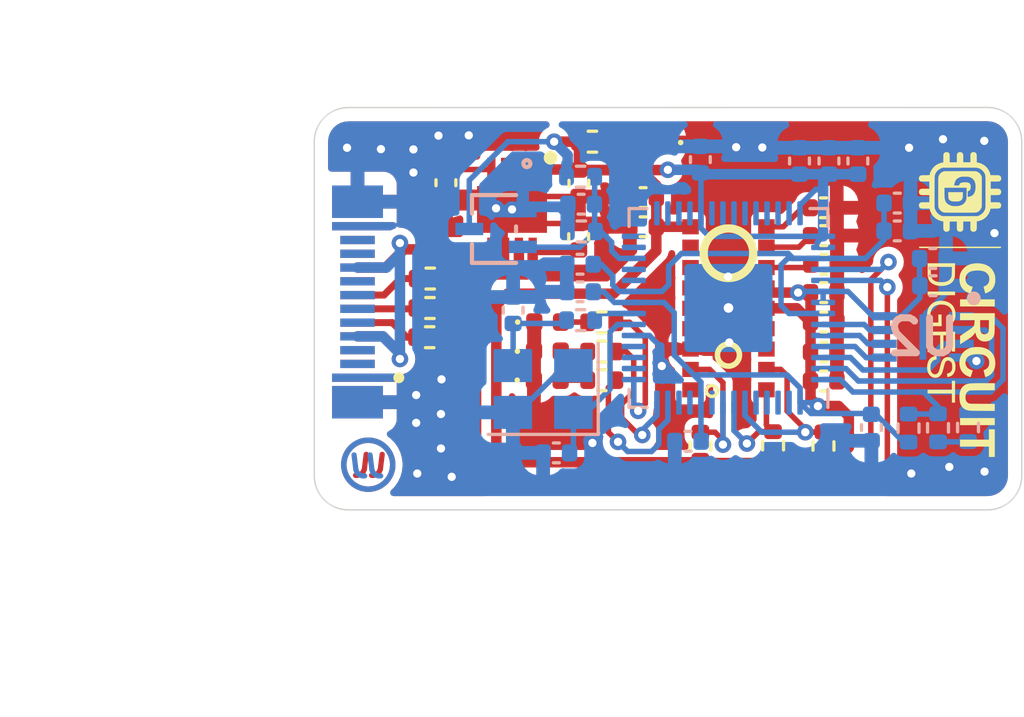
<source format=kicad_pcb>
(kicad_pcb (version 20240108) (generator "pcbnew") (generator_version "8.0")
  (layers (0 "F.Cu" signal) (31 "B.Cu" signal) (34 "B.Paste" user) (35 "F.Paste" user) (36 "B.SilkS" user "B.Silkscreen") (37 "F.SilkS" user "F.Silkscreen") (38 "B.Mask" user) (39 "F.Mask" user) (44 "Edge.Cuts" user))
  (net 0 "")
  (net 1 "GND")
  (net 2 "/~{USB_BOOT}")
  (net 3 "+1V1")
  (net 4 "+3V3")
  (net 5 "/XIN")
  (net 6 "Net-(C16-Pad1)")
  (net 7 "/RUN")
  (net 8 "+5V")
  (net 9 "Net-(IC1-SS)")
  (net 10 "Net-(U3-VDDA18_I{slash}O)")
  (net 11 "Net-(U3-VDDAY_I{slash}O)")
  (net 12 "Net-(U3-VDDA_I{slash}O)")
  (net 13 "Net-(D2-A)")
  (net 14 "Net-(D3-A)")
  (net 15 "Net-(D4-A)")
  (net 16 "Net-(D5-A)")
  (net 22 "Net-(J1-CC)")
  (net 24 "/USB_D-")
  (net 26 "/USB_D+")
  (net 31 "/INT")
  (net 32 "/QSPI_SS")
  (net 33 "/SCL")
  (net 34 "/SDA")
  (net 35 "Net-(U1-USB-DP)")
  (net 36 "Net-(U1-USB-DM)")
  (net 37 "/XOUT")
  (net 38 "/QSPI_SD0")
  (net 41 "/QSPI_SD2")
  (net 44 "/QSPI_SD1")
  (net 47 "/QSPI_SD3")
  (net 60 "/QSPI_SCLK")
  (net 74 "Net-(U1-GPIO12)")
  (net 75 "Net-(U1-GPIO11)")
  (net 76 "Net-(U1-GPIO10)")
  (footprint "Resistor_SMD:R_0402_1005Metric" (layer "F.Cu") (at 131.64 86.75 90)
    (property "Reference" "R1" (hide yes))
    (property "Value" "10k")
  )
  (footprint "Resistor_SMD:R_0402_1005Metric" (layer "F.Cu") (at 128.06 84.35)
    (property "Reference" "R10" (hide yes))
    (property "Value" "1k")
  )
  (footprint "LOGO" (layer "F.Cu") (at 141.07 81.6 -90)
    (property "Reference" "G***" (hide yes))
    (property "Value" "LOGO" (hide yes))
  )
  (footprint "LED_SMD:LED_0402_1005Metric" (layer "F.Cu") (at 126.08 84.35)
    (property "Reference" "D5" (hide yes))
    (property "Value" "LED Red")
  )
  (footprint "Capacitor_SMD:C_0402_1005Metric" (layer "F.Cu") (at 129.56 78.78 180)
    (property "Reference" "C26" (hide yes))
    (property "Value" "10uF")
  )
  (footprint "Capacitor_SMD:C_0402_1005Metric" (layer "F.Cu") (at 136.12 79.1)
    (property "Reference" "C24" (hide yes))
    (property "Value" "100n")
  )
  (footprint "Resistor_SMD:R_0402_1005Metric" (layer "F.Cu") (at 121.82 81.73 180)
    (property "Reference" "R7" (hide yes))
    (property "Value" "27R")
  )
  (footprint "Resistor_SMD:R_0402_1005Metric" (layer "F.Cu") (at 136.11 86.74 90)
    (property "Reference" "R4" (hide yes))
    (property "Value" "10k")
  )
  (footprint "LED_SMD:LED_0402_1005Metric" (layer "F.Cu") (at 126.095 82.24)
    (property "Reference" "D3" (hide yes))
    (property "Value" "LED Green")
  )
  (footprint "Capacitor_SMD:C_0402_1005Metric" (layer "F.Cu") (at 127.23 77.2 90)
    (property "Reference" "C20" (hide yes))
    (property "Value" "4.7uF")
  )
  (footprint "Resistor_SMD:R_0402_1005Metric" (layer "F.Cu") (at 128.06 83.31)
    (property "Reference" "R9" (hide yes))
    (property "Value" "1k")
  )
  (footprint "Capacitor_SMD:C_0402_1005Metric" (layer "F.Cu") (at 136.12 81.17 180)
    (property "Reference" "C22" (hide yes))
    (property "Value" "1u")
  )
  (footprint "Capacitor_SMD:C_0402_1005Metric" (layer "F.Cu") (at 122.4 77.18 90)
    (property "Reference" "C21" (hide yes))
    (property "Value" "1n")
  )
  (footprint "LED_SMD:LED_0402_1005Metric" (layer "F.Cu") (at 126.085 83.3)
    (property "Reference" "D4" (hide yes))
    (property "Value" "LED Blue")
  )
  (footprint "Capacitor_SMD:C_0402_1005Metric" (layer "F.Cu") (at 136.13 80.14)
    (property "Reference" "C23" (hide yes))
    (property "Value" "1u")
  )
  (footprint "Resistor_SMD:R_0402_1005Metric" (layer "F.Cu") (at 127.72 75.69 180)
    (property "Reference" "R18" (hide yes))
    (property "Value" "1k")
  )
  (footprint "Capacitor_SMD:C_0402_1005Metric" (layer "F.Cu") (at 127.22 79.14 -90)
    (property "Reference" "C18" (hide yes))
    (property "Value" "4.7uF")
  )
  (footprint "APDS-9500:ADPS-9500" (layer "F.Cu") (at 132.66 81.74 180)
    (property "Reference" "U3" (hide yes))
    (property "Value" "APDS-9500")
  )
  (footprint "Resistor_SMD:R_0402_1005Metric" (layer "F.Cu") (at 121.81 82.79 180)
    (property "Reference" "R11" (hide yes))
    (property "Value" "5.1k")
  )
  (footprint "Resistor_SMD:R_0402_1005Metric" (layer "F.Cu") (at 134.28 86.73 90)
    (property "Reference" "R6" (hide yes))
    (property "Value" "10k")
  )
  (footprint "ADM7171ACPZ-3.3-R7:SON50P300X300X80-9N-D" (layer "F.Cu") (at 124.8 78.15 -90)
    (property "Reference" "IC1" (hide yes))
    (property "Value" "ADM7171ACPZ-3.3-R7" (hide yes))
  )
  (footprint "Capacitor_SMD:C_0402_1005Metric" (layer "F.Cu") (at 129.56 77.72)
    (property "Reference" "C27" (hide yes))
    (property "Value" "1u")
  )
  (footprint "LED_SMD:LED_0402_1005Metric" (layer "F.Cu") (at 129.835 75.72 180)
    (property "Reference" "D2" (hide yes))
    (property "Value" "LED Red")
  )
  (footprint "CX60_24S_UNIT:HIROSE_CX60-24S-UNIT" (layer "F.Cu") (at 119.19 81.51 -90)
    (property "Reference" "J1" (hide yes))
    (property "Value" "CX60-24S-UNIT")
  )
  (footprint "Capacitor_SMD:C_0402_1005Metric" (layer "F.Cu") (at 136.12 82.24 180)
    (property "Reference" "C19" (hide yes))
    (property "Value" "100n")
  )
  (footprint "Capacitor_SMD:C_0402_1005Metric" (layer "F.Cu") (at 136.12 84.38)
    (property "Reference" "C14" (hide yes))
    (property "Value" "100n")
  )
  (footprint "Capacitor_SMD:C_0402_1005Metric" (layer "F.Cu") (at 136.11 78.09)
    (property "Reference" "C25" (hide yes))
    (property "Value" "100n")
  )
  (footprint "Resistor_SMD:R_0402_1005Metric" (layer "F.Cu") (at 121.83 80.66 180)
    (property "Reference" "R8" (hide yes))
    (property "Value" "27R")
  )
  (footprint "Capacitor_SMD:C_0402_1005Metric" (layer "F.Cu") (at 136.12 83.33)
    (property "Reference" "C13" (hide yes))
    (property "Value" "1u")
  )
  (footprint "Resistor_SMD:R_0402_1005Metric" (layer "F.Cu") (at 128.06 82.25)
    (property "Reference" "R2" (hide yes))
    (property "Value" "1k")
  )
  (footprint "Capacitor_SMD:C_0402_1005Metric" (layer "B.Cu") (at 136.31 76.39 90)
    (property "Reference" "C5" (hide yes))
    (property "Value" "100n")
  )
  (footprint "Capacitor_SMD:C_0402_1005Metric" (layer "B.Cu") (at 124.84 81.81 90)
    (property "Reference" "C16" (hide yes))
    (property "Value" "18pF")
  )
  (footprint "Capacitor_SMD:C_0402_1005Metric" (layer "B.Cu") (at 138.79 78.93)
    (property "Reference" "C3" (hide yes))
    (property "Value" "1u")
  )
  (footprint "Crystal:Crystal_SMD_3225-4Pin_3.2x2.5mm" (layer "B.Cu") (at 125.93 84.67 180)
    (property "Reference" "Y1" (hide yes))
    (property "Value" "YIC-12M20P2/XT324-10/10")
  )
  (footprint "Capacitor_SMD:C_0402_1005Metric" (layer "B.Cu") (at 131.19 86.57 180)
    (property "Reference" "C10" (hide yes))
    (property "Value" "100n")
  )
  (footprint "Capacitor_SMD:C_0402_1005Metric" (layer "B.Cu") (at 137.36 76.39 90)
    (property "Reference" "C4" (hide yes))
    (property "Value" "1u")
  )
  (footprint "Capacitor_SMD:C_0402_1005Metric" (layer "B.Cu") (at 131.64 76.34 90)
    (property "Reference" "C6" (hide yes))
    (property "Value" "100n")
  )
  (footprint "Capacitor_SMD:C_0402_1005Metric" (layer "B.Cu") (at 135.24 76.39 90)
    (property "Reference" "C7" (hide yes))
    (property "Value" "100n")
  )
  (footprint "W25Q16JVUXIQ_TR:SON50P300X200X60-9N" (layer "B.Cu") (at 139.72 82.78 180)
    (property "Reference" "U2")
    (property "Value" "W25Q16JVUXIQ_TR" (hide yes))
  )
  (footprint "Resistor_SMD:R_0402_1005Metric" (layer "B.Cu") (at 139.2 86.09 90)
    (property "Reference" "R5" (hide yes))
    (property "Value" "DNP")
  )
  (footprint "Resistor_SMD:R_0402_1005Metric" (layer "B.Cu") (at 127.29 82.17 180)
    (property "Reference" "R17" (hide yes))
    (property "Value" "1k")
  )
  (footprint "Resistor_SMD:R_0402_1005Metric" (layer "B.Cu") (at 141.36 86.07 90)
    (property "Reference" "BOOT1" (hide yes))
    (property "Value" "UBOOT")
  )
  (footprint "Resistor_SMD:R_0402_1005Metric" (layer "B.Cu") (at 127.29 76.96 180)
    (property "Reference" "R15" (hide yes))
    (property "Value" "10k")
  )
  (footprint "Capacitor_SMD:C_0402_1005Metric" (layer "B.Cu") (at 127.31 77.96 180)
    (property "Reference" "C17" (hide yes))
    (property "Value" "1u")
  )
  (footprint "Capacitor_SMD:C_0402_1005Metric" (layer "B.Cu") (at 138.79 77.92)
    (property "Reference" "C2" (hide yes))
    (property "Value" "100n")
  )
  (footprint "RP2040:RP2040-QFN-56" (layer "B.Cu") (at 132.660843 81.727798 90)
    (property "Reference" "U1" (hide yes))
    (property "Value" "RP2040")
  )
  (footprint "Resistor_SMD:R_0402_1005Metric" (layer "B.Cu") (at 127.32 78.95 180)
    (property "Reference" "RST1" (hide yes))
    (property "Value" "RST")
  )
  (footprint "Capacitor_SMD:C_0402_1005Metric" (layer "B.Cu") (at 127.27 80.14 180)
    (property "Reference" "C1" (hide yes))
    (property "Value" "100n")
  )
  (footprint "Capacitor_SMD:C_0402_1005Metric" (layer "B.Cu") (at 137.85 86.07 -90)
    (property "Reference" "C9" (hide yes))
    (property "Value" "100n")
  )
  (footprint "Capacitor_SMD:C_0402_1005Metric" (layer "B.Cu") (at 126.41 86.99 180)
    (property "Reference" "C15" (hide yes))
    (property "Value" "18pF")
  )
  (footprint "ADM803SAKSZ:KS_3_ADI" (layer "B.Cu") (at 124.1462 78.860001 -90)
    (property "Reference" "U4" (hide yes))
    (property "Value" "ADM803SAKSZ-REEL7")
  )
  (footprint "Capacitor_SMD:C_0402_1005Metric" (layer "B.Cu") (at 140.09 80.92)
    (property "Reference" "C8" (hide yes))
    (property "Value" "100n")
  )
  (footprint "Capacitor_SMD:C_0402_1005Metric" (layer "B.Cu") (at 140.08 79.93)
    (property "Reference" "C12" (hide yes))
    (property "Value" "100n")
  )
  (footprint "Resistor_SMD:R_0402_1005Metric" (layer "B.Cu") (at 140.27 86.08 90)
    (property "Reference" "R3" (hide yes))
    (property "Value" "1k")
  )
  (footprint "Capacitor_SMD:C_0402_1005Metric" (layer "B.Cu") (at 127.27 81.14 180)
    (property "Reference" "C11" (hide yes))
    (property "Value" "100n")
  )
  (gr_circle (center 119.58 87.42) (end 120.469 87.42) (stroke (width 0.2)) (fill none) (layer "F.Cu"))
  (gr_circle (center 119.58 87.42) (end 120.469 87.42) (stroke (width 0.2)) (fill none) (layer "B.Cu"))
  (gr_arc (start 143.31 87.82) (mid 142.946812 88.696812) (end 142.07 89.06) (stroke (width 0.05)) (layer "Edge.Cuts"))
  (gr_arc (start 118.86 89.06) (mid 117.983188 88.696812) (end 117.62 87.82) (stroke (width 0.05)) (layer "Edge.Cuts"))
  (gr_line (start 118.86 74.45) (end 142.07 74.446812) (stroke (width 0.05)) (layer "Edge.Cuts"))
  (gr_line (start 142.07 89.06) (end 118.86 89.06) (stroke (width 0.05)) (layer "Edge.Cuts"))
  (gr_line (start 143.31 75.686812) (end 143.31 87.82) (stroke (width 0.05)) (layer "Edge.Cuts"))
  (gr_arc (start 142.07 74.446812) (mid 142.946812 74.81) (end 143.31 75.686812) (stroke (width 0.05)) (layer "Edge.Cuts"))
  (gr_arc (start 117.62 75.69) (mid 117.983188 74.813188) (end 118.86 74.45) (stroke (width 0.05)) (layer "Edge.Cuts"))
  (gr_line (start 117.62 75.69) (end 117.62 87.82) (stroke (width 0.05)) (layer "Edge.Cuts"))
  (gr_text "JJ" (at 118.89 87.91 0) (layer "F.Cu") (effects (font (size 0.762 0.762) (thickness 0.1905) (bold yes) (italic yes)) (justify left bottom)))
  (gr_text "JJ" (at 120.26 87.93 0) (layer "B.Cu") (effects (font (size 0.762 0.762) (thickness 0.1905) (bold yes) (italic yes)) (justify left bottom mirror)))
  (segment (start 127.23 77.68) (end 125.27 77.68) (width 0.2) (layer "F.Cu") (net 1))
  (segment (start 130.65 83.22) (end 131.282 83.22) (width 0.2) (layer "F.Cu") (net 1))
  (segment (start 130.24 83.63) (end 130.65 83.22) (width 0.2) (layer "F.Cu") (net 1))
  (segment (start 125.31 78.66) (end 124.8 78.15) (width 0.2) (layer "F.Cu") (net 1))
  (segment (start 122.4 77.66) (end 122.55 77.81) (width 0.762) (layer "F.Cu") (net 1))
  (segment (start 123.92 77.81) (end 124.22 78.11) (width 0.762) (layer "F.Cu") (net 1))
  (segment (start 127.22 78.66) (end 125.31 78.66) (width 0.2) (layer "F.Cu") (net 1))
  (segment (start 122.55 77.81) (end 123.92 77.81) (width 0.762) (layer "F.Cu") (net 1))
  (segment (start 130.24 83.835542) (end 130.24 83.63) (width 0.2) (layer "F.Cu") (net 1))
  (segment (start 124.55 78.4) (end 124.8 78.15) (width 0.2) (layer "F.Cu") (net 1))
  (segment (start 125.27 77.68) (end 124.8 78.15) (width 0.2) (layer "F.Cu") (net 1))
  (segment (start 124.55 79.6) (end 124.55 78.4) (width 0.2) (layer "F.Cu") (net 1))
  (via (at 122.24 84.32) (size 0.6) (drill 0.3) (layers "F.Cu" "B.Cu") (net 1))
  (via (at 139.22 75.91) (size 0.6) (drill 0.3) (layers "F.Cu" "B.Cu") (net 1))
  (via (at 127.72 86.63) (size 0.6) (drill 0.3) (layers "F.Cu" "B.Cu") (net 1))
  (via (at 121.32 85.9) (size 0.6) (drill 0.3) (layers "F.Cu" "B.Cu") (net 1))
  (via (at 121.22 75.97) (size 0.6) (drill 0.3) (layers "F.Cu" "B.Cu") (net 1))
  (via (at 141.96 87.67) (size 0.6) (drill 0.3) (layers "F.Cu" "B.Cu") (net 1))
  (via (at 130.24 83.835542) (size 0.6) (drill 0.3) (layers "F.Cu" "B.Cu") (net 1))
  (via (at 123.23 75.46) (size 0.6) (drill 0.3) (layers "F.Cu" "B.Cu") (net 1))
  (via (at 122.22 86.83) (size 0.6) (drill 0.3) (layers "F.Cu" "B.Cu") (net 1))
  (via (at 140.68 87.5) (size 0.6) (drill 0.3) (layers "F.Cu" "B.Cu") (net 1))
  (via (at 133.89 75.9) (size 0.6) (drill 0.3) (layers "F.Cu" "B.Cu") (net 1))
  (via (at 132.69 82.98) (size 0.6) (drill 0.3) (layers "F.Cu" "B.Cu") (net 1))
  (via (at 118.81 75.91) (size 0.6) (drill 0.3) (layers "F.Cu" "B.Cu") (net 1))
  (via (at 122.22 85.58) (size 0.6) (drill 0.3) (layers "F.Cu" "B.Cu") (net 1))
  (via (at 142.32 79.01) (size 0.6) (drill 0.3) (layers "F.Cu" "B.Cu") (net 1))
  (via (at 124.8 78.15) (size 0.6) (drill 0.3) (layers "F.Cu" "B.Cu") (net 1))
  (via (at 132.65 80.59) (size 0.6) (drill 0.3) (layers "F.Cu" "B.Cu") (net 1))
  (via (at 140.45 75.6) (size 0.6) (drill 0.3) (layers "F.Cu" "B.Cu") (net 1))
  (via (at 141.95 75.66) (size 0.6) (drill 0.3) (layers "F.Cu" "B.Cu") (net 1))
  (via (at 121.22 76.81) (size 0.6) (drill 0.3) (layers "F.Cu" "B.Cu") (net 1))
  (via (at 120.04 75.96) (size 0.6) (drill 0.3) (layers "F.Cu" "B.Cu") (net 1))
  (via (at 121.32 84.89) (size 0.6) (drill 0.3) (layers "F.Cu" "B.Cu") (net 1))
  (via (at 122.13 75.47) (size 0.6) (drill 0.3) (layers "F.Cu" "B.Cu") (net 1))
  (via (at 122.61 87.86) (size 0.6) (drill 0.3) (layers "F.Cu" "B.Cu") (net 1))
  (via (at 132.94 75.89) (size 0.6) (drill 0.3) (layers "F.Cu" "B.Cu") (net 1))
  (via (at 121.36 87.74) (size 0.6) (drill 0.3) (layers "F.Cu" "B.Cu") (net 1))
  (via (at 124.22 78.11) (size 0.6) (drill 0.3) (layers "F.Cu" "B.Cu") (net 1))
  (via (at 141.665 83.655) (size 0.6) (drill 0.3) (layers "F.Cu" "B.Cu") (net 1))
  (via (at 139.3 87.74) (size 0.6) (drill 0.3) (layers "F.Cu" "B.Cu") (net 1))
  (segment (start 129.92 82.86) (end 130.24 83.18) (width 0.2) (layer "B.Cu") (net 1))
  (segment (start 129.787798 82.727798) (end 129.92 82.86) (width 0.2) (layer "B.Cu") (net 1))
  (segment (start 127.03 83.82) (end 126.73 83.82) (width 0.2) (layer "B.Cu") (net 1))
  (segment (start 124.99 77.96) (end 126.83 77.96) (width 0.2) (layer "B.Cu") (net 1))
  (segment (start 139.82 81.93) (end 139.82 82.68) (width 0.2) (layer "B.Cu") (net 1))
  (segment (start 140.57 81.19) (end 139.83 81.93) (width 0.2) (layer "B.Cu") (net 1))
  (segment (start 126.52 78.15) (end 126.810001 78.440001) (width 0.2) (layer "B.Cu") (net 1))
  (segment (start 129.223343 82.727798) (end 129.787798 82.727798) (width 0.2) (layer "B.Cu") (net 1))
  (segment (start 124.8 78.15) (end 124.99 77.96) (width 0.2) (layer "B.Cu") (net 1))
  (segment (start 141.665 83.655) (end 141.54 83.53) (width 0.2) (layer "B.Cu") (net 1))
  (segment (start 125.03 85.52) (end 124.83 85.52) (width 0.2) (layer "B.Cu") (net 1))
  (segment (start 140.57 80.92) (end 140.57 81.19) (width 0.2) (layer "B.Cu") (net 1))
  (segment (start 126.73 83.82) (end 125.03 85.52) (width 0.2) (layer "B.Cu") (net 1))
  (segment (start 139.82 82.68) (end 139.72 82.78) (width 0.2) (layer "B.Cu") (net 1))
  (segment (start 141.54 83.53) (end 141.12 83.53) (width 0.2) (layer "B.Cu") (net 1))
  (segment (start 130.24 83.18) (end 130.24 83.835542) (width 0.2) (layer "B.Cu") (net 1))
  (segment (start 124.8 78.15) (end 126.52 78.15) (width 0.2) (layer "B.Cu") (net 1))
  (segment (start 139.83 81.93) (end 139.82 81.93) (width 0.2) (layer "B.Cu") (net 1))
  (segment (start 126.810001 78.440001) (end 126.810001 78.95) (width 0.2) (layer "B.Cu") (net 1))
  (segment (start 140.27 86.59) (end 141.35 86.59) (width 0.2) (layer "B.Cu") (net 2))
  (segment (start 141.35 86.59) (end 141.36 86.58) (width 0.2) (layer "B.Cu") (net 2))
  (segment (start 134.57 81.64) (end 134.57 80.17) (width 0.2) (layer "B.Cu") (net 3))
  (segment (start 129.67 81.127797) (end 129.223343 81.127797) (width 0.2) (layer "B.Cu") (net 3))
  (segment (start 130.49 80.88) (end 130.242203 81.127797) (width 0.2) (layer "B.Cu") (net 3))
  (segment (start 136.098343 79.927798) (end 135.26 79.927798) (width 0.2) (layer "B.Cu") (net 3))
  (segment (start 134.812202 79.927798) (end 135.26 79.927798) (width 0.2) (layer "B.Cu") (net 3))
  (segment (start 128.689483 81.127798) (end 128.46 80.898315) (width 0.2) (layer "B.Cu") (net 3))
  (segment (start 138.31 77.92) (end 138.31 78.93) (width 0.2) (layer "B.Cu") (net 3))
  (segment (start 138.31 78.93) (end 138.31 79.255596) (width 0.2) (layer "B.Cu") (net 3))
  (segment (start 134.857798 81.927798) (end 134.57 81.64) (width 0.2) (layer "B.Cu") (net 3))
  (segment (start 128.46 80.898315) (end 128.46 80.56) (width 0.2) (layer "B.Cu") (net 3))
  (segment (start 138.31 79.255596) (end 137.637798 79.927798) (width 0.2) (layer "B.Cu") (net 3))
  (segment (start 129.223343 81.127797) (end 128.689483 81.127798) (width 0.2) (layer "B.Cu") (net 3))
  (segment (start 128.04 80.14) (end 127.75 80.14) (width 0.2) (layer "B.Cu") (net 3))
  (segment (start 135.26 79.927798) (end 135.007798 79.927798) (width 0.2) (layer "B.Cu") (net 3))
  (segment (start 134.83 79.75) (end 130.95 79.75) (width 0.2) (layer "B.Cu") (net 3))
  (segment (start 128.46 80.56) (end 128.04 80.14) (width 0.2) (layer "B.Cu") (net 3))
  (segment (start 134.57 80.17) (end 134.812202 79.927798) (width 0.2) (layer "B.Cu") (net 3))
  (segment (start 136.098343 81.927798) (end 134.857798 81.927798) (width 0.2) (layer "B.Cu") (net 3))
  (segment (start 130.49 80.21) (end 130.49 80.88) (width 0.2) (layer "B.Cu") (net 3))
  (segment (start 130.95 79.75) (end 130.49 80.21) (width 0.2) (layer "B.Cu") (net 3))
  (segment (start 130.242203 81.127797) (end 129.67 81.127797) (width 0.2) (layer "B.Cu") (net 3))
  (segment (start 135.007798 79.927798) (end 134.83 79.75) (width 0.2) (layer "B.Cu") (net 3))
  (segment (start 137.637798 79.927798) (end 136.098343 79.927798) (width 0.2) (layer "B.Cu") (net 3))
  (segment (start 135.64 84.38) (end 135.64 81.17) (width 0.381) (layer "F.Cu") (net 4))
  (segment (start 127.23 76.72) (end 127.23 75.71) (width 0.381) (layer "F.Cu") (net 4))
  (segment (start 136.57 87.25) (end 137.03 86.79) (width 0.381) (layer "F.Cu") (net 4))
  (segment (start 135.14 81.74) (end 135.64 82.24) (width 0.381) (layer "F.Cu") (net 4))
  (segment (start 131.57 87.33) (end 131.64 87.26) (width 0.381) (layer "F.Cu") (net 4))
  (segment (start 131.64 87.26) (end 131.74 87.36) (width 0.381) (layer "F.Cu") (net 4))
  (segment (start 129.48 76.72) (end 130.04 77.28) (width 0.381) (layer "F.Cu") (net 4))
  (segment (start 127.23 76.72) (end 130.45 76.72) (width 0.381) (layer "F.Cu") (net 4))
  (segment (start 130.04 77.28) (end 130.04 77.72) (width 0.381) (layer "F.Cu") (net 4))
  (segment (start 134.16 87.36) (end 134.28 87.24) (width 0.381) (layer "F.Cu") (net 4))
  (segment (start 127.21 75.69) (end 126.33 75.69) (width 0.381) (layer "F.Cu") (net 4))
  (segment (start 136.66 85.29) (end 135.91 85.29) (width 0.381) (layer "F.Cu") (net 4))
  (segment (start 135.64 81.17) (end 135.19 81.17) (width 0.381) (layer "F.Cu") (net 4))
  (segment (start 130.04 78.78) (end 131.282 78.78) (width 0.381) (layer "F.Cu") (net 4))
  (segment (start 134.038 81.74) (end 135.14 81.74) (width 0.381) (layer "F.Cu") (net 4))
  (segment (start 124.64 81.21) (end 124.23 81.62) (width 0.381) (layer "F.Cu") (net 4))
  (segment (start 136.11 87.25) (end 136.57 87.25) (width 0.381) (layer "F.Cu") (net 4))
  (segment (start 137.03 85.66) (end 136.66 85.29) (width 0.381) (layer "F.Cu") (net 4))
  (segment (start 124.77 87.33) (end 131.57 87.33) (width 0.381) (layer "F.Cu") (net 4))
  (segment (start 137.03 86.79) (end 137.03 85.66) (width 0.381) (layer "F.Cu") (net 4))
  (segment (start 134.28 87.24) (end 134.37 87.33) (width 0.381) (layer "F.Cu") (net 4))
  (segment (start 131.74 87.36) (end 134.16 87.36) (width 0.381) (layer "F.Cu") (net 4))
  (segment (start 124.23 81.62) (end 124.23 86.79) (width 0.381) (layer "F.Cu") (net 4))
  (segment (start 127.23 75.71) (end 127.21 75.69) (width 0.381) (layer "F.Cu") (net 4))
  (segment (start 127.21 76.7) (end 127.23 76.72) (width 0.381) (layer "F.Cu") (net 4))
  (segment (start 135.19 81.17) (end 134.208 81.17) (width 0.381) (layer "F.Cu") (net 4))
  (segment (start 130.04 78.78) (end 130.04 77.72) (width 0.381) (layer "F.Cu") (net 4))
  (segment (start 135.64 85.02) (end 135.64 84.38) (width 0.381) (layer "F.Cu") (net 4))
  (segment (start 130.04 78.78) (end 130.04 79.65) (width 0.381) (layer "F.Cu") (net 4))
  (segment (start 134.37 87.33) (end 136.03 87.33) (width 0.381) (layer "F.Cu") (net 4))
  (segment (start 124.23 86.79) (end 124.77 87.33) (width 0.381) (layer "F.Cu") (net 4))
  (segment (start 128.48 81.21) (end 124.64 81.21) (width 0.381) (layer "F.Cu") (net 4))
  (segment (start 127.23 76.72) (end 129.48 76.72) (width 0.381) (layer "F.Cu") (net 4))
  (segment (start 134.208 81.17) (end 134.038 81) (width 0.381) (layer "F.Cu") (net 4))
  (segment (start 124.55 76.7) (end 127.21 76.7) (width 0.381) (layer "F.Cu") (net 4))
  (segment (start 135.91 85.29) (end 135.64 85.02) (width 0.381) (layer "F.Cu") (net 4))
  (segment (start 130.04 79.65) (end 128.48 81.21) (width 0.381) (layer "F.Cu") (net 4))
  (segment (start 136.03 87.33) (end 136.11 87.25) (width 0.381) (layer "F.Cu") (net 4))
  (segment (start 130.45 76.72) (end 130.46 76.71) (width 0.381) (layer "F.Cu") (net 4))
  (via (at 130.46 76.71) (size 0.6) (drill 0.3) (layers "F.Cu" "B.Cu") (net 4))
  (via (at 126.33 75.69) (size 0.6) (drill 0.3) (layers "F.Cu" "B.Cu") (net 4))
  (via (at 135.19 81.17) (size 0.6) (drill 0.3) (layers "F.Cu" "B.Cu") (net 4))
  (via (at 135.91 85.29) (size 0.6) (drill 0.3) (layers "F.Cu" "B.Cu") (net 4))
  (segment (start 135.89 79.336141) (end 136.098343 79.127798) (width 0.2) (layer "B.Cu") (net 4))
  (segment (start 139.61 81.36) (end 139.61 80.92) (width 0.2) (layer "B.Cu") (net 4))
  (segment (start 137.85 85.62) (end 137.789327 85.559327) (width 0.2) (layer "B.Cu") (net 4))
  (segment (start 129.223343 81.527798) (end 128.517798 81.527798) (width 0.2) (layer "B.Cu") (net 4))
  (segment (start 137.36 76.87) (end 136.31 76.87) (width 0.381) (layer "B.Cu") (net 4))
  (segment (start 130.46 76.71) (end 131.53 76.71) (width 0.381) (layer "B.Cu") (net 4))
  (segment (start 131.4 84.16) (end 131.660843 84.420843) (width 0.2) (layer "B.Cu") (net 4))
  (segment (start 138.32 82.03) (end 138.94 82.03) (width 0.2) (layer "B.Cu") (net 4))
  (segment (start 130.69 81.9) (end 130.69 83.44) (width 0.2) (layer "B.Cu") (net 4))
  (segment (start 131.660843 78.290298) (end 131.660842 78.830842) (width 0.2) (layer "B.Cu") (net 4))
  (segment (start 128.13 81.14) (end 127.75 81.14) (width 0.2) (layer "B.Cu") (net 4))
  (segment (start 126.78 76.49) (end 126.78 76.96) (width 0.381) (layer "B.Cu") (net 4))
  (segment (start 139.6 79.93) (end 139.6 80.91) (width 0.2) (layer "B.Cu") (net 4))
  (segment (start 131.64 76.82) (end 131.82 76.82) (width 0.381) (layer "B.Cu") (net 4))
  (segment (start 131.660843 86.560843) (end 131.67 86.57) (width 0.2) (layer "B.Cu") (net 4))
  (segment (start 136.098343 79.127798) (end 136.098343 77.42) (width 0.381) (layer "B.Cu") (net 4))
  (segment (start 136.31 76.87) (end 135.24 76.87) (width 0.381) (layer "B.Cu") (net 4))
  (segment (start 126.82 76.18) (end 126.82 76.45) (width 0.381) (layer "B.Cu") (net 4))
  (segment (start 129.223343 81.527798) (end 130.317798 81.527798) (width 0.2) (layer "B.Cu") (net 4))
  (segment (start 135.654872 85.559327) (end 135.260843 85.165298) (width 0.2) (layer "B.Cu") (net 4))
  (segment (start 131.82 76.82) (end 131.87 76.87) (width 0.381) (layer "B.Cu") (net 4))
  (segment (start 135.260843 78.290298) (end 135.260843 77.989157) (width 0.2) (layer "B.Cu") (net 4))
  (segment (start 130.69 83.44) (end 131.4 84.15) (width 0.2) (layer "B.Cu") (net 4))
  (segment (start 137.789327 85.559327) (end 135.654872 85.559327) (width 0.2) (layer "B.Cu") (net 4))
  (segment (start 135.260843 76.890843) (end 135.24 76.87) (width 0.381) (layer "B.Cu") (net 4))
  (segment (start 131.660843 85.165298) (end 131.660843 86.560843) (width 0.2) (layer "B.Cu") (net 4))
  (segment (start 136.098343 81.127797) (end 136.997797 81.127797) (width 0.2) (layer "B.Cu") (net 4))
  (segment (start 126.33 75.69) (end 126.82 76.18) (width 0.381) (layer "B.Cu") (net 4))
  (segment (start 139.6 80.91) (end 139.61 80.92) (width 0.2) (layer "B.Cu") (net 4))
  (segment (start 131.660842 78.830842) (end 131.957798 79.127798) (width 0.2) (layer "B.Cu") (net 4))
  (segment (start 123.24845 78.860001) (end 123.24845 77.09155) (width 0.2) (layer "B.Cu") (net 4))
  (segment (start 126.82 76.45) (end 126.78 76.49) (width 0.381) (layer "B.Cu") (net 4))
  (segment (start 130.317798 81.527798) (end 130.69 81.9) (width 0.2) (layer "B.Cu") (net 4))
  (segment (start 131.4 84.15) (end 131.4 84.16) (width 0.2) (layer "B.Cu") (net 4))
  (segment (start 131.53 76.71) (end 131.64 76.82) (width 0.381) (layer "B.Cu") (net 4))
  (segment (start 128.517798 81.527798) (end 128.13 81.14) (width 0.2) (layer "B.Cu") (net 4))
  (segment (start 135.785298 85.165298) (end 135.91 85.29) (width 0.2) (layer "B.Cu") (net 4))
  (segment (start 135.260843 77.989157) (end 135.83 77.42) (width 0.2) (layer "B.Cu") (net 4))
  (segment (start 137.85 85.59) (end 138.01 85.59) (width 0.2) (layer "B.Cu") (net 4))
  (segment (start 131.957798 79.127798) (end 136.098343 79.127798) (width 0.2) (layer "B.Cu") (net 4))
  (segment (start 137.899999 82.029999) (end 138.32 82.029999) (width 0.2) (layer "B.Cu") (net 4))
  (segment (start 131.87 76.87) (end 135.24 76.87) (width 0.381) (layer "B.Cu") (net 4))
  (segment (start 134.789404 84.16) (end 131.4 84.16) (width 0.2) (layer "B.Cu") (net 4))
  (segment (start 124.65 75.69) (end 126.33 75.69) (width 0.2) (layer "B.Cu") (net 4))
  (segment (start 135.957799 79.527799) (end 135.89 79.46) (width 0.2) (layer "B.Cu") (net 4))
  (segment (start 136.098343 77.42) (end 136.098343 77.081657) (width 0.381) (layer "B.Cu") (net 4))
  (segment (start 131.660843 84.420843) (end 131.660843 85.165298) (width 0.2) (layer "B.Cu") (net 4))
  (segment (start 135.260843 85.165298) (end 135.785298 85.165298) (width 0.2) (layer "B.Cu") (net 4))
  (segment (start 136.997797 81.127797) (end 137.899999 82.029999) (width 0.2) (layer "B.Cu") (net 4))
  (segment (start 135.260842 84.631438) (end 134.789404 84.16) (width 0.2) (layer "B.Cu") (net 4))
  (segment (start 136.098343 81.527798) (end 136.098343 81.127797) (width 0.2) (layer "B.Cu") (net 4))
  (segment (start 136.098343 77.081657) (end 136.31 76.87) (width 0.381) (layer "B.Cu") (net 4))
  (segment (start 131.64 76.82) (end 131.660843 76.840843) (width 0.2) (layer "B.Cu") (net 4))
  (segment (start 135.260843 85.165298) (end 135.260842 84.631438) (width 0.2) (layer "B.Cu") (net 4))
  (segment (start 135.89 79.46) (end 135.89 79.336141) (width 0.2) (layer "B.Cu") (net 4))
  (segment (start 135.232203 81.127797) (end 135.19 81.17) (width 0.2) (layer "B.Cu") (net 4))
  (segment (start 131.660843 76.840843) (end 131.660843 78.290298) (width 0.2) (layer "B.Cu") (net 4))
  (segment (start 136.098343 79.527799) (end 135.957799 79.527799) (width 0.2) (layer "B.Cu") (net 4))
  (segment (start 135.83 77.42) (end 136.098343 77.42) (width 0.2) (layer "B.Cu") (net 4))
  (segment (start 138.01 85.59) (end 139.02 86.6) (width 0.2) (layer "B.Cu") (net 4))
  (segment (start 138.94 82.03) (end 139.61 81.36) (width 0.2) (layer "B.Cu") (net 4))
  (segment (start 123.24845 77.09155) (end 124.65 75.69) (width 0.2) (layer "B.Cu") (net 4))
  (segment (start 136.098343 81.127797) (end 135.232203 81.127797) (width 0.2) (layer "B.Cu") (net 4))
  (segment (start 139.02 86.6) (end 139.2 86.6) (width 0.2) (layer "B.Cu") (net 4))
  (segment (start 127.51 85.52) (end 127.03 85.52) (width 0.2) (layer "B.Cu") (net 5))
  (segment (start 128.36 82.6) (end 128.36 84.67) (width 0.2) (layer "B.Cu") (net 5))
  (segment (start 127.03 85.52) (end 127.03 86.85) (width 0.2) (layer "B.Cu") (net 5))
  (segment (start 129.223343 82.327799) (end 128.632201 82.327799) (width 0.2) (layer "B.Cu") (net 5))
  (segment (start 128.36 84.67) (end 127.51 85.52) (width 0.2) (layer "B.Cu") (net 5))
  (segment (start 127.03 86.85) (end 126.89 86.99) (width 0.2) (layer "B.Cu") (net 5))
  (segment (start 128.632201 82.327799) (end 128.36 82.6) (width 0.2) (layer "B.Cu") (net 5))
  (segment (start 126.660001 82.29) (end 126.780001 82.17) (width 0.2) (layer "B.Cu") (net 6))
  (segment (start 124.84 82.29) (end 124.84 83.81) (width 0.2) (layer "B.Cu") (net 6))
  (segment (start 124.84 82.29) (end 126.660001 82.29) (width 0.2) (layer "B.Cu") (net 6))
  (segment (start 124.84 83.81) (end 124.83 83.82) (width 0.2) (layer "B.Cu") (net 6))
  (segment (start 127.8 78.920001) (end 127.8 76.96) (width 0.2) (layer "B.Cu") (net 7))
  (segment (start 128.42 79.658316) (end 128.42 79.34) (width 0.2) (layer "B.Cu") (net 7))
  (segment (start 125.2024 79.5224) (end 127.257599 79.5224) (width 0.2) (layer "B.Cu") (net 7))
  (segment (start 127.829999 78.95) (end 127.8 78.920001) (width 0.2) (layer "B.Cu") (net 7))
  (segment (start 128.689483 79.927799) (end 128.42 79.658316) (width 0.2) (layer "B.Cu") (net 7))
  (segment (start 128.42 79.34) (end 128.03 78.95) (width 0.2) (layer "B.Cu") (net 7))
  (segment (start 127.257599 79.5224) (end 127.829999 78.95) (width 0.2) (layer "B.Cu") (net 7))
  (segment (start 128.03 78.95) (end 127.829999 78.95) (width 0.2) (layer "B.Cu") (net 7))
  (segment (start 129.223343 79.927798) (end 128.689483 79.927799) (width 0.2) (layer "B.Cu") (net 7))
  (segment (start 125.19 79.51) (end 125.2024 79.5224) (width 0.2) (layer "B.Cu") (net 7))
  (segment (start 124.05 79.6) (end 124.05 80.275) (width 0.381) (layer "F.Cu") (net 8))
  (segment (start 125.57 79.62) (end 125.55 79.6) (width 0.2) (layer "F.Cu") (net 8))
  (segment (start 127.22 79.62) (end 125.57 79.62) (width 0.381) (layer "F.Cu") (net 8))
  (segment (start 124.285 80.51) (end 125.05 80.51) (width 0.381) (layer "F.Cu") (net 8))
  (segment (start 120.88 79.6) (end 124.05 79.6) (width 0.381) (layer "F.Cu") (net 8))
  (segment (start 120.73 83.38) (end 120.73 83.58) (width 0.381) (layer "F.Cu") (net 8))
  (segment (start 120.11 82.76) (end 120.73 83.38) (width 0.381) (layer "F.Cu") (net 8))
  (segment (start 119.19 82.76) (end 120.11 82.76) (width 0.381) (layer "F.Cu") (net 8))
  (segment (start 125.55 80.29) (end 125.55 79.6) (width 0.381) (layer "F.Cu") (net 8))
  (segment (start 125.05 80.51) (end 125.33 80.51) (width 0.381) (layer "F.Cu") (net 8))
  (segment (start 120.22 80.26) (end 120.88 79.6) (width 0.381) (layer "F.Cu") (net 8))
  (segment (start 124.05 80.275) (end 124.285 80.51) (width 0.381) (layer "F.Cu") (net 8))
  (segment (start 119.19 80.26) (end 120.22 80.26) (width 0.381) (layer "F.Cu") (net 8))
  (segment (start 125.33 80.51) (end 125.55 80.29) (width 0.381) (layer "F.Cu") (net 8))
  (segment (start 125.05 79.6) (end 125.05 80.51) (width 0.381) (layer "F.Cu") (net 8))
  (via (at 120.73 83.58) (size 0.6) (drill 0.3) (layers "F.Cu" "B.Cu") (net 8))
  (via (at 120.73 79.37) (size 0.6) (drill 0.3) (layers "F.Cu" "B.Cu") (net 8))
  (segment (start 120.73 79.77) (end 120.73 79.37) (width 0.381) (layer "B.Cu") (net 8))
  (segment (start 120.73 83.58) (end 120.73 79.77) (width 0.381) (layer "B.Cu") (net 8))
  (segment (start 120.11 82.76) (end 120.73 83.38) (width 0.381) (layer "B.Cu") (net 8))
  (segment (start 120.24 80.26) (end 120.73 79.77) (width 0.381) (layer "B.Cu") (net 8))
  (segment (start 119.19 82.76) (end 120.11 82.76) (width 0.381) (layer "B.Cu") (net 8))
  (segment (start 119.19 80.26) (end 120.24 80.26) (width 0.381) (layer "B.Cu") (net 8))
  (segment (start 120.73 83.38) (end 120.73 83.58) (width 0.381) (layer "B.Cu") (net 8))
  (segment (start 124.05 76.7) (end 122.4 76.7) (width 0.2) (layer "F.Cu") (net 9))
  (segment (start 134.038 80.26) (end 135.53 80.26) (width 0.2) (layer "F.Cu") (net 10))
  (segment (start 135.53 80.26) (end 135.65 80.14) (width 0.2) (layer "F.Cu") (net 10))
  (segment (start 135.22 79.52) (end 135.64 79.1) (width 0.2) (layer "F.Cu") (net 11))
  (segment (start 134.038 79.52) (end 135.22 79.52) (width 0.2) (layer "F.Cu") (net 11))
  (segment (start 134.038 78.78) (end 134.65 78.78) (width 0.2) (layer "F.Cu") (net 12))
  (segment (start 135.34 78.09) (end 135.63 78.09) (width 0.2) (layer "F.Cu") (net 12))
  (segment (start 134.65 78.78) (end 135.34 78.09) (width 0.2) (layer "F.Cu") (net 12))
  (segment (start 128.23 75.69) (end 129.32 75.69) (width 0.2) (layer "F.Cu") (net 13))
  (segment (start 129.32 75.69) (end 129.35 75.72) (width 0.2) (layer "F.Cu") (net 13))
  (segment (start 127.54 82.24) (end 127.55 82.25) (width 0.2) (layer "F.Cu") (net 14))
  (segment (start 126.58 82.24) (end 127.54 82.24) (width 0.2) (layer "F.Cu") (net 14))
  (segment (start 127.54 83.3) (end 127.55 83.31) (width 0.2) (layer "F.Cu") (net 15))
  (segment (start 126.57 83.3) (end 127.54 83.3) (width 0.2) (layer "F.Cu") (net 15))
  (segment (start 126.565 84.35) (end 127.55 84.35) (width 0.2) (layer "F.Cu") (net 16))
  (segment (start 120.98 82.79) (end 121.3 82.79) (width 0.254) (layer "F.Cu") (net 22))
  (segment (start 120.45 82.26) (end 120.98 82.79) (width 0.254) (layer "F.Cu") (net 22))
  (segment (start 119.19 82.26) (end 120.45 82.26) (width 0.254) (layer "F.Cu") (net 22))
  (segment (start 119.19 81.26) (end 120.15 81.26) (width 0.254) (layer "F.Cu") (net 24))
  (segment (start 120.75 80.66) (end 121.32 80.66) (width 0.254) (layer "F.Cu") (net 24))
  (segment (start 120.15 81.26) (end 120.75 80.66) (width 0.254) (layer "F.Cu") (net 24))
  (segment (start 121.28 81.76) (end 121.31 81.73) (width 0.254) (layer "F.Cu") (net 26))
  (segment (start 119.19 81.76) (end 121.28 81.76) (width 0.254) (layer "F.Cu") (net 26))
  (segment (start 132.46 86.69) (end 132.46 86.85) (width 0.2) (layer "F.Cu") (net 31))
  (segment (start 132.46 84.44) (end 131.98 83.96) (width 0.2) (layer "F.Cu") (net 31))
  (segment (start 132.46 86.85) (end 132.46 84.44) (width 0.2) (layer "F.Cu") (net 31))
  (segment (start 132.17 86.24) (end 132.46 86.53) (width 0.2) (layer "F.Cu") (net 31))
  (segment (start 131.64 86.24) (end 132.17 86.24) (width 0.2) (layer "F.Cu") (net 31))
  (segment (start 132.46 86.53) (end 132.46 86.85) (width 0.2) (layer "F.Cu") (net 31))
  (segment (start 131.98 83.96) (end 131.282 83.96) (width 0.2) (layer "F.Cu") (net 31))
  (via (at 132.46 86.69) (size 0.6) (drill 0.3) (layers "F.Cu" "B.Cu") (net 31))
  (segment (start 132.460843 86.689157) (end 132.460843 85.165298) (width 0.2) (layer "B.Cu") (net 31))
  (segment (start 132.46 86.69) (end 132.460843 86.689157) (width 0.2) (layer "B.Cu") (net 31))
  (segment (start 142.63 82.474314) (end 142.185685 82.029999) (width 0.2) (layer "B.Cu") (net 32))
  (segment (start 142.63 84.325686) (end 142.63 82.474314) (width 0.2) (layer "B.Cu") (net 32))
  (segment (start 139.2 85.58) (end 140.26 85.58) (width 0.2) (layer "B.Cu") (net 32))
  (segment (start 139.740001 84.780001) (end 139.48 84.780001) (width 0.2) (layer "B.Cu") (net 32))
  (segment (start 136.098343 84.327798) (end 136.727798 84.327798) (width 0.2) (layer "B.Cu") (net 32))
  (segment (start 136.727798 84.327798) (end 137.180001 84.780001) (width 0.2) (layer "B.Cu") (net 32))
  (segment (start 137.180001 84.780001) (end 139.48 84.780001) (width 0.2) (layer "B.Cu") (net 32))
  (segment (start 139.48 84.780001) (end 142.175685 84.780001) (width 0.2) (layer "B.Cu") (net 32))
  (segment (start 140.26 85.58) (end 140.27 85.57) (width 0.2) (layer "B.Cu") (net 32))
  (segment (start 142.185685 82.029999) (end 141.12 82.029999) (width 0.2) (layer "B.Cu") (net 32))
  (segment (start 142.175685 84.780001) (end 142.63 84.325686) (width 0.2) (layer "B.Cu") (net 32))
  (segment (start 140.27 85.57) (end 140.27 85.31) (width 0.2) (layer "B.Cu") (net 32))
  (segment (start 140.27 85.31) (end 139.740001 84.780001) (width 0.2) (layer "B.Cu") (net 32))
  (segment (start 134.038 85.978) (end 134.28 86.22) (width 0.2) (layer "F.Cu") (net 33))
  (segment (start 134.038 84.7) (end 134.038 85.978) (width 0.2) (layer "F.Cu") (net 33))
  (segment (start 133.76 86.22) (end 134.28 86.22) (width 0.2) (layer "F.Cu") (net 33))
  (segment (start 133.33 86.65) (end 133.76 86.22) (width 0.2) (layer "F.Cu") (net 33))
  (via (at 133.33 86.65) (size 0.6) (drill 0.3) (layers "F.Cu" "B.Cu") (net 33))
  (segment (start 132.860843 86.180843) (end 133.33 86.65) (width 0.2) (layer "B.Cu") (net 33))
  (segment (start 132.860843 85.165298) (end 132.860843 86.180843) (width 0.2) (layer "B.Cu") (net 33))
  (segment (start 134.038 83.96) (end 134.56 83.96) (width 0.2) (layer "F.Cu") (net 34))
  (segment (start 135.45 86.24) (end 136.1 86.24) (width 0.2) (layer "F.Cu") (net 34))
  (segment (start 136.1 86.24) (end 136.11 86.23) (width 0.2) (layer "F.Cu") (net 34))
  (segment (start 134.56 83.96) (end 134.79 84.19) (width 0.2) (layer "F.Cu") (net 34))
  (segment (start 134.79 84.19) (end 134.79 85.47) (width 0.2) (layer "F.Cu") (net 34))
  (segment (start 134.79 85.47) (end 135.55 86.23) (width 0.2) (layer "F.Cu") (net 34))
  (segment (start 135.55 86.23) (end 136.11 86.23) (width 0.2) (layer "F.Cu") (net 34))
  (via (at 135.45 86.24) (size 0.6) (drill 0.3) (layers "F.Cu" "B.Cu") (net 34))
  (segment (start 133.869001 86.24) (end 135.45 86.24) (width 0.2) (layer "B.Cu") (net 34))
  (segment (start 133.260844 85.631843) (end 133.869001 86.24) (width 0.2) (layer "B.Cu") (net 34))
  (segment (start 133.260844 85.165298) (end 133.260844 85.631843) (width 0.2) (layer "B.Cu") (net 34))
  (segment (start 123.14 87.11) (end 123.14 82.09) (width 0.2) (layer "F.Cu") (net 35))
  (segment (start 123.14 82.09) (end 122.78 81.73) (width 0.2) (layer "F.Cu") (net 35))
  (segment (start 138.43 87.74) (end 137.74 88.43) (width 0.2) (layer "F.Cu") (net 35))
  (segment (start 124.46 88.43) (end 123.14 87.11) (width 0.2) (layer "F.Cu") (net 35))
  (segment (start 122.78 81.73) (end 122.33 81.73) (width 0.2) (layer "F.Cu") (net 35))
  (segment (start 137.74 88.43) (end 124.46 88.43) (width 0.2) (layer "F.Cu") (net 35))
  (segment (start 138.43 80.97) (end 138.43 87.74) (width 0.2) (layer "F.Cu") (net 35))
  (via (at 138.43 80.97) (size 0.6) (drill 0.3) (layers "F.Cu" "B.Cu") (net 35))
  (segment (start 138.187798 80.727798) (end 138.43 80.97) (width 0.2) (layer "B.Cu") (net 35))
  (segment (start 136.098343 80.727798) (end 138.187798 80.727798) (width 0.2) (layer "B.Cu") (net 35))
  (segment (start 137.83 87.67) (end 137.47 88.03) (width 0.2) (layer "F.Cu") (net 36))
  (segment (start 138.47 80.06) (end 137.83 80.7) (width 0.2) (layer "F.Cu") (net 36))
  (segment (start 123.585686 86.99) (end 123.585686 81.145686) (width 0.2) (layer "F.Cu") (net 36))
  (segment (start 137.47 88.03) (end 124.625686 88.03) (width 0.2) (layer "F.Cu") (net 36))
  (segment (start 124.625686 88.03) (end 123.585686 86.99) (width 0.2) (layer "F.Cu") (net 36))
  (segment (start 123.585686 81.145686) (end 123.1 80.66) (width 0.2) (layer "F.Cu") (net 36))
  (segment (start 137.83 80.7) (end 137.83 87.67) (width 0.2) (layer "F.Cu") (net 36))
  (segment (start 123.1 80.66) (end 122.34 80.66) (width 0.2) (layer "F.Cu") (net 36))
  (via (at 138.47 80.06) (size 0.6) (drill 0.3) (layers "F.Cu" "B.Cu") (net 36))
  (segment (start 136.098343 80.327798) (end 138.202202 80.327798) (width 0.2) (layer "B.Cu") (net 36))
  (segment (start 138.202202 80.327798) (end 138.47 80.06) (width 0.2) (layer "B.Cu") (net 36))
  (segment (start 128.042201 81.927798) (end 127.799999 82.17) (width 0.2) (layer "B.Cu") (net 37))
  (segment (start 129.223343 81.927798) (end 128.042201 81.927798) (width 0.2) (layer "B.Cu") (net 37))
  (segment (start 137.256426 83.127798) (end 137.658629 83.530001) (width 0.2) (layer "B.Cu") (net 38))
  (segment (start 137.658629 83.530001) (end 138.32 83.530001) (width 0.2) (layer "B.Cu") (net 38))
  (segment (start 136.098343 83.127798) (end 137.256426 83.127798) (width 0.2) (layer "B.Cu") (net 38))
  (segment (start 139.899999 83.980001) (end 140.26 83.62) (width 0.2) (layer "B.Cu") (net 41))
  (segment (start 136.098343 83.527798) (end 137.09074 83.527798) (width 0.2) (layer "B.Cu") (net 41))
  (segment (start 137.09074 83.527798) (end 137.542944 83.980001) (width 0.2) (layer "B.Cu") (net 41))
  (segment (start 137.542944 83.980001) (end 139.899999 83.980001) (width 0.2) (layer "B.Cu") (net 41))
  (segment (start 140.26 83.23) (end 140.46 83.03) (width 0.2) (layer "B.Cu") (net 41))
  (segment (start 140.46 83.03) (end 141.12 83.03) (width 0.2) (layer "B.Cu") (net 41))
  (segment (start 140.26 83.62) (end 140.26 83.23) (width 0.2) (layer "B.Cu") (net 41))
  (segment (start 136.098343 83.927797) (end 136.925054 83.927797) (width 0.2) (layer "B.Cu") (net 44))
  (segment (start 142.2174 82.7674) (end 141.98 82.53) (width 0.2) (layer "B.Cu") (net 44))
  (segment (start 137.377259 84.380001) (end 142.009999 84.380001) (width 0.2) (layer "B.Cu") (net 44))
  (segment (start 142.009999 84.380001) (end 142.2174 84.1726) (width 0.2) (layer "B.Cu") (net 44))
  (segment (start 142.2174 84.1726) (end 142.2174 82.7674) (width 0.2) (layer "B.Cu") (net 44))
  (segment (start 141.98 82.53) (end 141.12 82.53) (width 0.2) (layer "B.Cu") (net 44))
  (segment (start 136.925054 83.927797) (end 137.377259 84.380001) (width 0.2) (layer "B.Cu") (net 44))
  (segment (start 137.79 82.53) (end 138.32 82.53) (width 0.2) (layer "B.Cu") (net 47))
  (segment (start 136.098343 82.327799) (end 137.587799 82.327799) (width 0.2) (layer "B.Cu") (net 47))
  (segment (start 137.587799 82.327799) (end 137.79 82.53) (width 0.2) (layer "B.Cu") (net 47))
  (segment (start 137.724314 83.03) (end 138.32 83.03) (width 0.2) (layer "B.Cu") (net 60))
  (segment (start 137.422112 82.727798) (end 137.724314 83.03) (width 0.2) (layer "B.Cu") (net 60))
  (segment (start 136.098343 82.727798) (end 137.422112 82.727798) (width 0.2) (layer "B.Cu") (net 60))
  (segment (start 129.381117 85.464668) (end 129.64 85.205785) (width 0.2) (layer "F.Cu") (net 74))
  (segment (start 129.64 82.82) (end 129.07 82.25) (width 0.2) (layer "F.Cu") (net 74))
  (segment (start 129.64 85.205785) (end 129.64 82.82) (width 0.2) (layer "F.Cu") (net 74))
  (segment (start 129.07 82.25) (end 128.57 82.25) (width 0.2) (layer "F.Cu") (net 74))
  (via (at 129.381117 85.464668) (size 0.6) (drill 0.3) (layers "F.Cu" "B.Cu") (net 74))
  (segment (start 129.381117 85.464668) (end 129.223343 85.306894) (width 0.2) (layer "B.Cu") (net 74))
  (segment (start 129.223343 85.306894) (end 129.223343 84.327798) (width 0.2) (layer "B.Cu") (net 74))
  (segment (start 128.94 83.31) (end 129.22 83.59) (width 0.2) (layer "F.Cu") (net 75))
  (segment (start 129.4 86.34) (end 129.53 86.34) (width 0.2) (layer "F.Cu") (net 75))
  (segment (start 128.57 83.31) (end 128.94 83.31) (width 0.2) (layer "F.Cu") (net 75))
  (segment (start 129.22 84.777256) (end 128.781117 85.216139) (width 0.2) (layer "F.Cu") (net 75))
  (segment (start 128.781117 85.216139) (end 128.781117 85.721117) (width 0.2) (layer "F.Cu") (net 75))
  (segment (start 129.22 83.59) (end 129.22 84.777256) (width 0.2) (layer "F.Cu") (net 75))
  (segment (start 128.781117 85.721117) (end 129.4 86.34) (width 0.2) (layer "F.Cu") (net 75))
  (via (at 129.53 86.34) (size 0.6) (drill 0.3) (layers "F.Cu" "B.Cu") (net 75))
  (segment (start 130.060843 85.633471) (end 130.060843 85.165298) (width 0.2) (layer "B.Cu") (net 75))
  (segment (start 129.53 86.164314) (end 130.060843 85.633471) (width 0.2) (layer "B.Cu") (net 75))
  (segment (start 129.53 86.34) (end 129.53 86.164314) (width 0.2) (layer "B.Cu") (net 75))
  (segment (start 128.3 86.24) (end 128.3 84.62) (width 0.2) (layer "F.Cu") (net 76))
  (segment (start 128.3 84.62) (end 128.57 84.35) (width 0.2) (layer "F.Cu") (net 76))
  (segment (start 128.65 86.59) (end 128.3 86.24) (width 0.2) (layer "F.Cu") (net 76))
  (via (at 128.65 86.59) (size 0.6) (drill 0.3) (layers "F.Cu" "B.Cu") (net 76))
  (segment (start 130.13 86.13) (end 130.460844 85.799156) (width 0.2) (layer "B.Cu") (net 76))
  (segment (start 128.65 86.59) (end 129 86.94) (width 0.2) (layer "B.Cu") (net 76))
  (segment (start 130.13 86.68) (end 130.13 86.13) (width 0.2) (layer "B.Cu") (net 76))
  (segment (start 130.460844 85.799156) (end 130.460844 85.165298) (width 0.2) (layer "B.Cu") (net 76))
  (segment (start 129.87 86.94) (end 130.13 86.68) (width 0.2) (layer "B.Cu") (net 76))
  (segment (start 129 86.94) (end 129.87 86.94) (width 0.2) (layer "B.Cu") (net 76))
  (zone (net 1) (net_name "GND") (layers "F&B.Cu") (connect_pads (clearance 0.254)) (min_thickness 0.25) (fill yes (thermal_gap 0.5) (thermal_bridge_width 0.5))
    (polygon (pts (xy 117.54 74.37) (xy 143.41 74.37) (xy 143.41 89.17) (xy 117.53 89.18)))
  )
)
</source>
